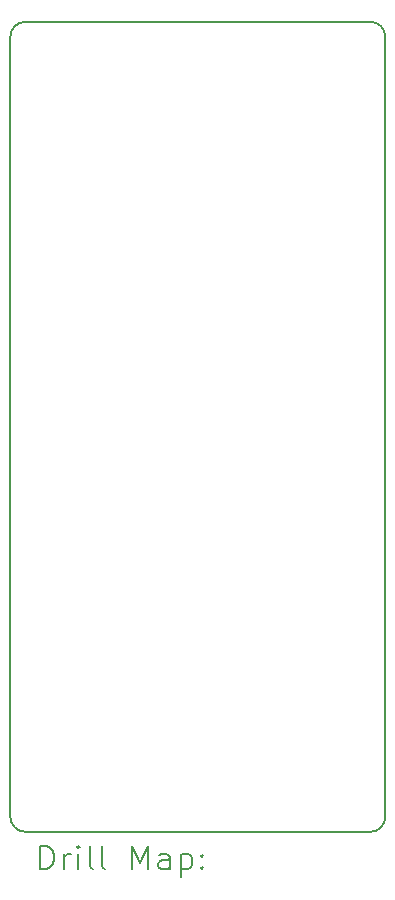
<source format=gbr>
%TF.GenerationSoftware,KiCad,Pcbnew,9.0.7-9.0.7~ubuntu25.10.1*%
%TF.CreationDate,2026-02-01T15:36:22+09:00*%
%TF.ProjectId,bionic-tms370cx5x,62696f6e-6963-42d7-946d-733337306378,3*%
%TF.SameCoordinates,Original*%
%TF.FileFunction,Drillmap*%
%TF.FilePolarity,Positive*%
%FSLAX45Y45*%
G04 Gerber Fmt 4.5, Leading zero omitted, Abs format (unit mm)*
G04 Created by KiCad (PCBNEW 9.0.7-9.0.7~ubuntu25.10.1) date 2026-02-01 15:36:22*
%MOMM*%
%LPD*%
G01*
G04 APERTURE LIST*
%ADD10C,0.150000*%
%ADD11C,0.200000*%
G04 APERTURE END LIST*
D10*
X9909500Y-13858000D02*
G75*
G02*
X9782500Y-13731000I0J127000D01*
G01*
X12830500Y-7000000D02*
X9909500Y-7000000D01*
X9782500Y-7127000D02*
G75*
G02*
X9909500Y-7000000I127000J0D01*
G01*
X9909500Y-13858000D02*
X12830500Y-13858000D01*
X12830500Y-7000000D02*
G75*
G02*
X12957500Y-7127000I0J-127000D01*
G01*
X12957500Y-13731000D02*
G75*
G02*
X12830500Y-13858000I-127000J0D01*
G01*
X9782500Y-7127000D02*
X9782500Y-13731000D01*
X12957500Y-13731000D02*
X12957500Y-7127000D01*
D11*
X10035777Y-14176984D02*
X10035777Y-13976984D01*
X10035777Y-13976984D02*
X10083396Y-13976984D01*
X10083396Y-13976984D02*
X10111967Y-13986508D01*
X10111967Y-13986508D02*
X10131015Y-14005555D01*
X10131015Y-14005555D02*
X10140539Y-14024603D01*
X10140539Y-14024603D02*
X10150063Y-14062698D01*
X10150063Y-14062698D02*
X10150063Y-14091269D01*
X10150063Y-14091269D02*
X10140539Y-14129365D01*
X10140539Y-14129365D02*
X10131015Y-14148412D01*
X10131015Y-14148412D02*
X10111967Y-14167460D01*
X10111967Y-14167460D02*
X10083396Y-14176984D01*
X10083396Y-14176984D02*
X10035777Y-14176984D01*
X10235777Y-14176984D02*
X10235777Y-14043650D01*
X10235777Y-14081746D02*
X10245301Y-14062698D01*
X10245301Y-14062698D02*
X10254824Y-14053174D01*
X10254824Y-14053174D02*
X10273872Y-14043650D01*
X10273872Y-14043650D02*
X10292920Y-14043650D01*
X10359586Y-14176984D02*
X10359586Y-14043650D01*
X10359586Y-13976984D02*
X10350063Y-13986508D01*
X10350063Y-13986508D02*
X10359586Y-13996031D01*
X10359586Y-13996031D02*
X10369110Y-13986508D01*
X10369110Y-13986508D02*
X10359586Y-13976984D01*
X10359586Y-13976984D02*
X10359586Y-13996031D01*
X10483396Y-14176984D02*
X10464348Y-14167460D01*
X10464348Y-14167460D02*
X10454824Y-14148412D01*
X10454824Y-14148412D02*
X10454824Y-13976984D01*
X10588158Y-14176984D02*
X10569110Y-14167460D01*
X10569110Y-14167460D02*
X10559586Y-14148412D01*
X10559586Y-14148412D02*
X10559586Y-13976984D01*
X10816729Y-14176984D02*
X10816729Y-13976984D01*
X10816729Y-13976984D02*
X10883396Y-14119841D01*
X10883396Y-14119841D02*
X10950063Y-13976984D01*
X10950063Y-13976984D02*
X10950063Y-14176984D01*
X11131015Y-14176984D02*
X11131015Y-14072222D01*
X11131015Y-14072222D02*
X11121491Y-14053174D01*
X11121491Y-14053174D02*
X11102444Y-14043650D01*
X11102444Y-14043650D02*
X11064348Y-14043650D01*
X11064348Y-14043650D02*
X11045301Y-14053174D01*
X11131015Y-14167460D02*
X11111967Y-14176984D01*
X11111967Y-14176984D02*
X11064348Y-14176984D01*
X11064348Y-14176984D02*
X11045301Y-14167460D01*
X11045301Y-14167460D02*
X11035777Y-14148412D01*
X11035777Y-14148412D02*
X11035777Y-14129365D01*
X11035777Y-14129365D02*
X11045301Y-14110317D01*
X11045301Y-14110317D02*
X11064348Y-14100793D01*
X11064348Y-14100793D02*
X11111967Y-14100793D01*
X11111967Y-14100793D02*
X11131015Y-14091269D01*
X11226253Y-14043650D02*
X11226253Y-14243650D01*
X11226253Y-14053174D02*
X11245301Y-14043650D01*
X11245301Y-14043650D02*
X11283396Y-14043650D01*
X11283396Y-14043650D02*
X11302443Y-14053174D01*
X11302443Y-14053174D02*
X11311967Y-14062698D01*
X11311967Y-14062698D02*
X11321491Y-14081746D01*
X11321491Y-14081746D02*
X11321491Y-14138888D01*
X11321491Y-14138888D02*
X11311967Y-14157936D01*
X11311967Y-14157936D02*
X11302443Y-14167460D01*
X11302443Y-14167460D02*
X11283396Y-14176984D01*
X11283396Y-14176984D02*
X11245301Y-14176984D01*
X11245301Y-14176984D02*
X11226253Y-14167460D01*
X11407205Y-14157936D02*
X11416729Y-14167460D01*
X11416729Y-14167460D02*
X11407205Y-14176984D01*
X11407205Y-14176984D02*
X11397682Y-14167460D01*
X11397682Y-14167460D02*
X11407205Y-14157936D01*
X11407205Y-14157936D02*
X11407205Y-14176984D01*
X11407205Y-14053174D02*
X11416729Y-14062698D01*
X11416729Y-14062698D02*
X11407205Y-14072222D01*
X11407205Y-14072222D02*
X11397682Y-14062698D01*
X11397682Y-14062698D02*
X11407205Y-14053174D01*
X11407205Y-14053174D02*
X11407205Y-14072222D01*
M02*

</source>
